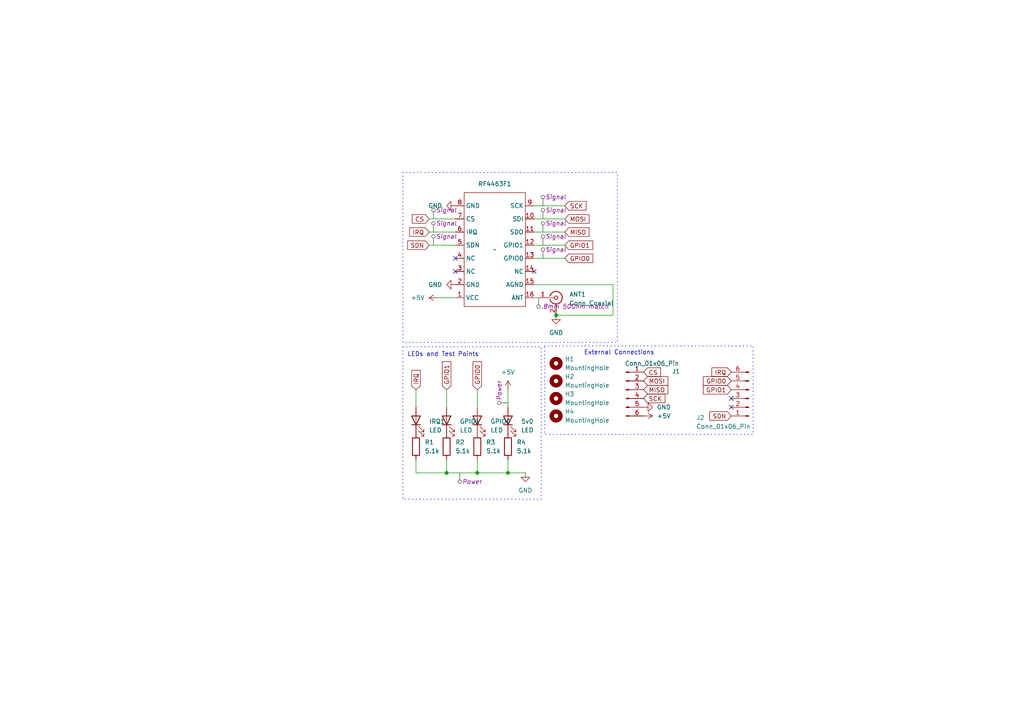
<source format=kicad_sch>
(kicad_sch (version 20231120) (generator "eeschema") (generator_version "8.0")
  (paper "A4")
  (lib_symbols
    (symbol "Avionics:RF4463F30"
      (property "Reference" "RF4463F30" (at 0 0 90))
      (symbol "RF4463F30_0_1"
        (rectangle (start -8.89 16.51) (end 8.89 -16.51))
      )
      (symbol "RF4463F30_1_1"
        (pin input line (at 11.43 13.97 180) (length 2.54) (name "VCC") (number "1"))
        (pin input line (at -11.43 -8.89 0) (length 2.54) (name "SDI") (number "10"))
        (pin input line (at -11.43 -5.08 0) (length 2.54) (name "SDO") (number "11"))
        (pin input line (at -11.43 -1.27 0) (length 2.54) (name "GPIO1") (number "12"))
        (pin input line (at -11.43 2.54 0) (length 2.54) (name "GPIO0") (number "13"))
        (pin input line (at -11.43 6.35 0) (length 2.54) (name "NC") (number "14"))
        (pin input line (at -11.43 10.16 0) (length 2.54) (name "AGND") (number "15"))
        (pin input line (at -11.43 13.97 0) (length 2.54) (name "ANT") (number "16"))
        (pin input line (at 11.43 10.16 180) (length 2.54) (name "GND") (number "2"))
        (pin input line (at 11.43 6.35 180) (length 2.54) (name "NC") (number "3"))
        (pin input line (at 11.43 2.54 180) (length 2.54) (name "NC") (number "4"))
        (pin input line (at 11.43 -1.27 180) (length 2.54) (name "SDN") (number "5"))
        (pin input line (at 11.43 -5.08 180) (length 2.54) (name "IRQ") (number "6"))
        (pin input line (at 11.43 -8.89 180) (length 2.54) (name "CS") (number "7"))
        (pin input line (at 11.43 -12.7 180) (length 2.54) (name "GND") (number "8"))
        (pin input line (at -11.43 -12.7 0) (length 2.54) (name "SCK") (number "9"))
      )
    )
    (symbol "Connector:Conn_01x06_Pin" (pin_names (offset 1.016) hide)
      (property "Reference" "J" (at 0 7.62 0))
      (property "Value" "Conn_01x06_Pin" (at 0 -10.16 0))
      (symbol "Conn_01x06_Pin_1_1"
        (polyline (pts (xy 1.27 -7.62) (xy 0.8636 -7.62)) (stroke (width 0.1524)))
        (polyline (pts (xy 1.27 -5.08) (xy 0.8636 -5.08)) (stroke (width 0.1524)))
        (polyline (pts (xy 1.27 -2.54) (xy 0.8636 -2.54)) (stroke (width 0.1524)))
        (polyline (pts (xy 1.27 0) (xy 0.8636 0)) (stroke (width 0.1524)))
        (polyline (pts (xy 1.27 2.54) (xy 0.8636 2.54)) (stroke (width 0.1524)))
        (polyline (pts (xy 1.27 5.08) (xy 0.8636 5.08)) (stroke (width 0.1524)))
        (rectangle (start 0.8636 -7.493) (end 0 -7.747) (stroke (width 0.1524)) (fill (type outline)))
        (rectangle (start 0.8636 -4.953) (end 0 -5.207) (stroke (width 0.1524)) (fill (type outline)))
        (rectangle (start 0.8636 -2.413) (end 0 -2.667) (stroke (width 0.1524)) (fill (type outline)))
        (rectangle (start 0.8636 0.127) (end 0 -0.127) (stroke (width 0.1524)) (fill (type outline)))
        (rectangle (start 0.8636 2.667) (end 0 2.413) (stroke (width 0.1524)) (fill (type outline)))
        (rectangle (start 0.8636 5.207) (end 0 4.953) (stroke (width 0.1524)) (fill (type outline)))
        (pin passive line (at 5.08 5.08 180) (length 3.81) (name "Pin_1") (number "1"))
        (pin passive line (at 5.08 2.54 180) (length 3.81) (name "Pin_2") (number "2"))
        (pin passive line (at 5.08 0 180) (length 3.81) (name "Pin_3") (number "3"))
        (pin passive line (at 5.08 -2.54 180) (length 3.81) (name "Pin_4") (number "4"))
        (pin passive line (at 5.08 -5.08 180) (length 3.81) (name "Pin_5") (number "5"))
        (pin passive line (at 5.08 -7.62 180) (length 3.81) (name "Pin_6") (number "6"))
      )
    )
    (symbol "Connector:Conn_Coaxial" (pin_names (offset 1.016) hide)
      (property "Reference" "J" (at 0.254 3.048 0))
      (property "Value" "Conn_Coaxial" (at 2.921 0 90))
      (symbol "Conn_Coaxial_0_1"
        (arc (start -1.778 -0.508) (mid 0.2311 -1.8066) (end 1.778 0) (stroke (width 0.254)))
        (polyline (pts (xy -2.54 0) (xy -0.508 0)))
        (polyline (pts (xy 0 -2.54) (xy 0 -1.778)))
        (circle (center 0 0) (radius 0.508) (stroke (width 0.2032)))
        (arc (start 1.778 0) (mid 0.2099 1.8101) (end -1.778 0.508) (stroke (width 0.254)))
      )
      (symbol "Conn_Coaxial_1_1"
        (pin passive line (at -5.08 0 0) (length 2.54) (name "In") (number "1"))
        (pin passive line (at 0 -5.08 90) (length 2.54) (name "Ext") (number "2"))
      )
    )
    (symbol "Device:LED" (pin_numbers hide) (pin_names (offset 1.016) hide)
      (property "Reference" "D" (at 0 2.54 0))
      (property "Value" "LED" (at 0 -2.54 0))
      (symbol "LED_0_1"
        (polyline (pts (xy -1.27 -1.27) (xy -1.27 1.27)) (stroke (width 0.254)))
        (polyline (pts (xy -1.27 0) (xy 1.27 0)))
        (polyline (pts (xy 1.27 -1.27) (xy 1.27 1.27) (xy -1.27 0) (xy 1.27 -1.27)) (stroke (width 0.254)))
        (polyline (pts (xy -3.048 -0.762) (xy -4.572 -2.286) (xy -3.81 -2.286) (xy -4.572 -2.286) (xy -4.572 -1.524)))
        (polyline (pts (xy -1.778 -0.762) (xy -3.302 -2.286) (xy -2.54 -2.286) (xy -3.302 -2.286) (xy -3.302 -1.524)))
      )
      (symbol "LED_1_1"
        (pin passive line (at -3.81 0 0) (length 2.54) (name "K") (number "1"))
        (pin passive line (at 3.81 0 180) (length 2.54) (name "A") (number "2"))
      )
    )
    (symbol "Device:R" (pin_numbers hide) (pin_names (offset 0))
      (property "Reference" "R" (at 2.032 0 90))
      (property "Value" "R" (at 0 0 90))
      (symbol "R_0_1"
        (rectangle (start -1.016 -2.54) (end 1.016 2.54) (stroke (width 0.254)))
      )
      (symbol "R_1_1"
        (pin passive line (at 0 3.81 270) (length 1.27) (name "~") (number "1"))
        (pin passive line (at 0 -3.81 90) (length 1.27) (name "~") (number "2"))
      )
    )
    (symbol "Mechanical:MountingHole" (pin_names (offset 1.016)) (exclude_from_sim yes) (in_bom no)
      (property "Reference" "H" (at 0 5.08 0))
      (property "Value" "MountingHole" (at 0 3.175 0))
      (symbol "MountingHole_0_1"
        (circle (center 0 0) (radius 1.27) (stroke (width 1.27)))
      )
    )
    (symbol "power:+5V" (power) (pin_numbers hide) (pin_names (offset 0) hide)
      (property "Value" "+5V" (at 0 3.556 0))
      (symbol "+5V_0_1"
        (polyline (pts (xy -0.762 1.27) (xy 0 2.54)))
        (polyline (pts (xy 0 0) (xy 0 2.54)))
        (polyline (pts (xy 0 2.54) (xy 0.762 1.27)))
      )
      (symbol "+5V_1_1"
        (pin power_in line (at 0 0 90) (length 0) (name "~") (number "1"))
      )
    )
    (symbol "power:GND" (power) (pin_numbers hide) (pin_names (offset 0) hide)
      (property "Value" "GND" (at 0 -3.81 0))
      (symbol "GND_0_1"
        (polyline (pts (xy 0 0) (xy 0 -1.27) (xy 1.27 -1.27) (xy 0 -2.54) (xy -1.27 -1.27) (xy 0 -1.27)))
      )
      (symbol "GND_1_1"
        (pin power_in line (at 0 0 270) (length 0) (name "~") (number "1"))
      )
    )
  )
  (junction (at 129.54 137.16))
  (junction (at 161.29 91.44))
  (junction (at 147.32 137.16))
  (junction (at 138.43 137.16))
  (no_connect (at 132.08 74.93))
  (no_connect (at 132.08 78.74))
  (no_connect (at 212.09 118.11))
  (no_connect (at 212.09 115.57))
  (no_connect (at 154.94 78.74))
  (wire (pts (xy 124.46 63.5) (xy 132.08 63.5)))
  (wire (pts (xy 138.43 113.03) (xy 138.43 118.11)))
  (wire (pts (xy 127 86.36) (xy 132.08 86.36)))
  (wire (pts (xy 177.8 82.55) (xy 177.8 91.44)))
  (wire (pts (xy 124.46 67.31) (xy 132.08 67.31)))
  (wire (pts (xy 120.65 137.16) (xy 129.54 137.16)))
  (wire (pts (xy 154.94 71.12) (xy 163.83 71.12)))
  (wire (pts (xy 124.46 71.12) (xy 132.08 71.12)))
  (wire (pts (xy 154.94 74.93) (xy 163.83 74.93)))
  (wire (pts (xy 147.32 137.16) (xy 152.4 137.16)))
  (wire (pts (xy 138.43 137.16) (xy 138.43 133.35)))
  (wire (pts (xy 120.65 113.03) (xy 120.65 118.11)))
  (wire (pts (xy 154.94 86.36) (xy 156.21 86.36)))
  (wire (pts (xy 154.94 59.69) (xy 163.83 59.69)))
  (wire (pts (xy 154.94 63.5) (xy 163.83 63.5)))
  (wire (pts (xy 154.94 82.55) (xy 177.8 82.55)))
  (wire (pts (xy 129.54 137.16) (xy 138.43 137.16)))
  (wire (pts (xy 129.54 133.35) (xy 129.54 137.16)))
  (wire (pts (xy 147.32 137.16) (xy 147.32 133.35)))
  (wire (pts (xy 129.54 113.03) (xy 129.54 118.11)))
  (wire (pts (xy 120.65 133.35) (xy 120.65 137.16)))
  (wire (pts (xy 177.8 91.44) (xy 161.29 91.44)))
  (wire (pts (xy 147.32 113.03) (xy 147.32 118.11)))
  (wire (pts (xy 138.43 137.16) (xy 147.32 137.16)))
  (wire (pts (xy 154.94 67.31) (xy 163.83 67.31)))
  (rectangle (start 116.84 100.584) (end 156.972 144.78) (stroke (width 0.254) (type dot) (color 23 47 255 1)))
  (rectangle (start 157.988 100.33) (end 218.44 125.984) (stroke (width 0.254) (type dot) (color 23 47 255 1)))
  (rectangle (start 116.84 50.038) (end 179.07 99.314) (stroke (width 0.254) (type dot) (color 23 47 255 1)))
  (text "LEDs and Test Points\n" (at 128.524 102.87 0) (effects (font (size 1.27 1.27))))
  (text "External Connections\n" (at 179.578 102.362 0) (effects (font (size 1.27 1.27))))
  (global_label "MOSI" (shape input) (at 186.69 110.49 0) (property "Intersheetrefs" "${INTERSHEET_REFS}" (effects (hide yes))))
  (global_label "IRQ" (shape input) (at 212.09 107.95 180) (property "Intersheetrefs" "${INTERSHEET_REFS}" (effects (hide yes))))
  (global_label "CS" (shape input) (at 124.46 63.5 180) (property "Intersheetrefs" "${INTERSHEET_REFS}" (effects (hide yes))))
  (global_label "MOSI" (shape input) (at 163.83 63.5 0) (property "Intersheetrefs" "${INTERSHEET_REFS}" (effects (hide yes))))
  (global_label "CS" (shape input) (at 186.69 107.95 0) (property "Intersheetrefs" "${INTERSHEET_REFS}" (effects (hide yes))))
  (global_label "SCK" (shape input) (at 163.83 59.69 0) (property "Intersheetrefs" "${INTERSHEET_REFS}" (effects (hide yes))))
  (global_label "GPIO0" (shape input) (at 138.43 113.03 90) (property "Intersheetrefs" "${INTERSHEET_REFS}" (effects (hide yes))))
  (global_label "GPIO0" (shape input) (at 163.83 74.93 0) (property "Intersheetrefs" "${INTERSHEET_REFS}" (effects (hide yes))))
  (global_label "GPIO0" (shape input) (at 212.09 110.49 180) (property "Intersheetrefs" "${INTERSHEET_REFS}" (effects (hide yes))))
  (global_label "MISO" (shape input) (at 163.83 67.31 0) (property "Intersheetrefs" "${INTERSHEET_REFS}" (effects (hide yes))))
  (global_label "IRQ" (shape input) (at 124.46 67.31 180) (property "Intersheetrefs" "${INTERSHEET_REFS}" (effects (hide yes))))
  (global_label "SDN" (shape input) (at 124.46 71.12 180) (property "Intersheetrefs" "${INTERSHEET_REFS}" (effects (hide yes))))
  (global_label "SDN" (shape input) (at 212.09 120.65 180) (property "Intersheetrefs" "${INTERSHEET_REFS}" (effects (hide yes))))
  (global_label "MISO" (shape input) (at 186.69 113.03 0) (property "Intersheetrefs" "${INTERSHEET_REFS}" (effects (hide yes))))
  (global_label "SCK" (shape input) (at 186.69 115.57 0) (property "Intersheetrefs" "${INTERSHEET_REFS}" (effects (hide yes))))
  (global_label "GPIO1" (shape input) (at 129.54 113.03 90) (property "Intersheetrefs" "${INTERSHEET_REFS}" (effects (hide yes))))
  (global_label "IRQ" (shape input) (at 120.65 113.03 90) (property "Intersheetrefs" "${INTERSHEET_REFS}" (effects (hide yes))))
  (global_label "GPIO1" (shape input) (at 163.83 71.12 0) (property "Intersheetrefs" "${INTERSHEET_REFS}" (effects (hide yes))))
  (global_label "GPIO1" (shape input) (at 212.09 113.03 180) (property "Intersheetrefs" "${INTERSHEET_REFS}" (effects (hide yes))))
  (netclass_flag "" (length 2.54) (shape round) (at 157.48 74.93 0) (property "Netclass" "Signal" (at 158.1785 72.39 0) (effects (font (italic yes)) (justify left))))
  (netclass_flag "" (length 2.54) (shape round) (at 157.48 59.69 0) (property "Netclass" "Signal" (at 158.1785 57.15 0) (effects (font (italic yes)) (justify left))))
  (netclass_flag "" (length 2.54) (shape round) (at 125.73 71.12 0) (property "Netclass" "Signal" (at 126.4285 68.58 0) (effects (font (italic yes)) (justify left))))
  (netclass_flag "" (length 2.54) (shape round) (at 156.21 86.36 180) (property "Netclass" ".8mm 50Ohm match" (at 156.9085 88.9 0) (effects (font (italic yes)) (justify left))))
  (netclass_flag "" (length 2.54) (shape round) (at 157.48 71.12 0) (property "Netclass" "Signal" (at 158.1785 68.58 0) (effects (font (italic yes)) (justify left))))
  (netclass_flag "" (length 2.54) (shape round) (at 157.48 67.31 0) (property "Netclass" "Signal" (at 158.1785 64.77 0) (effects (font (italic yes)) (justify left))))
  (netclass_flag "" (length 2.54) (shape round) (at 133.35 137.16 180) (property "Netclass" "Power" (at 134.0485 139.7 0) (effects (font (italic yes)) (justify left))))
  (netclass_flag "" (length 2.54) (shape round) (at 147.32 116.84 90) (property "Netclass" "Power" (at 144.78 116.1415 90) (effects (font (italic yes)) (justify left))))
  (netclass_flag "" (length 2.54) (shape round) (at 125.73 67.31 0) (property "Netclass" "Signal" (at 126.4285 64.77 0) (effects (font (italic yes)) (justify left))))
  (netclass_flag "" (length 2.54) (shape round) (at 157.48 63.5 0) (property "Netclass" "Signal" (at 158.1785 60.96 0) (effects (font (italic yes)) (justify left))))
  (netclass_flag "" (length 2.54) (shape round) (at 125.73 63.5 0) (property "Netclass" "Signal" (at 126.4285 60.96 0) (effects (font (italic yes)) (justify left))))
  (symbol (lib_id "Connector:Conn_01x06_Pin") (at 217.17 115.57 180) (unit 1)
    (property "Reference" "J2" (at 201.93 121.158 0) (effects (justify right)))
    (property "Value" "Conn_01x06_Pin" (at 201.93 123.698 0) (effects (justify right)))
    (property "Footprint" "Connector_JST:JST_XH_S6B-XH-A_1x06_P2.50mm_Horizontal" (effects (hide yes)))
    (property "Description" "Generic connector, single row, 01x06, script generated" (effects (hide yes)))
  )
  (symbol (lib_id "power:GND") (at 152.4 137.16 0) (unit 1)
    (property "Reference" "#PWR05" (effects (hide yes)))
    (property "Value" "GND" (at 152.4 142.24 0))
    (property "Description" "Power symbol creates a global label with name \"GND\" , ground" (effects (hide yes)))
  )
  (symbol (lib_id "Device:R") (at 138.43 129.54 0) (unit 1)
    (property "Reference" "R3" (at 140.97 128.2699 0) (effects (justify left)))
    (property "Value" "5.1k" (at 140.97 130.8099 0) (effects (justify left)))
    (property "Footprint" "Resistor_SMD:R_0402_1005Metric_Pad0.72x0.64mm_HandSolder" (effects (hide yes)))
    (property "Description" "Resistor" (effects (hide yes)))
  )
  (symbol (lib_id "Mechanical:MountingHole") (at 161.29 115.57 0) (unit 1) (exclude_from_sim yes) (in_bom no)
    (property "Reference" "H3" (at 163.83 114.2999 0) (effects (justify left)))
    (property "Value" "MountingHole" (at 163.83 116.8399 0) (effects (justify left)))
    (property "Footprint" "MountingHole:MountingHole_3.2mm_M3" (effects (hide yes)))
    (property "Description" "Mounting Hole without connection" (effects (hide yes)))
  )
  (symbol (lib_id "power:GND") (at 132.08 82.55 270) (unit 1)
    (property "Reference" "#PWR03" (effects (hide yes)))
    (property "Value" "GND" (at 128.27 82.5499 90) (effects (justify right)))
    (property "Description" "Power symbol creates a global label with name \"GND\" , ground" (effects (hide yes)))
  )
  (symbol (lib_id "power:+5V") (at 186.69 120.65 270) (unit 1)
    (property "Reference" "#PWR08" (effects (hide yes)))
    (property "Value" "+5V" (at 190.5 120.6499 90) (effects (justify left)))
    (property "Description" "Power symbol creates a global label with name \"+5V\"" (effects (hide yes)))
  )
  (symbol (lib_id "Mechanical:MountingHole") (at 161.29 120.65 0) (unit 1) (exclude_from_sim yes) (in_bom no)
    (property "Reference" "H4" (at 163.83 119.3799 0) (effects (justify left)))
    (property "Value" "MountingHole" (at 163.83 121.9199 0) (effects (justify left)))
    (property "Footprint" "MountingHole:MountingHole_3.2mm_M3" (effects (hide yes)))
    (property "Description" "Mounting Hole without connection" (effects (hide yes)))
  )
  (symbol (lib_id "Device:LED") (at 147.32 121.92 90) (unit 1)
    (property "Reference" "5v0" (at 151.13 122.2374 90) (effects (justify right)))
    (property "Value" "LED" (at 151.13 124.7774 90) (effects (justify right)))
    (property "Footprint" "LED_SMD:LED_0805_2012Metric" (effects (hide yes)))
    (property "Description" "Light emitting diode" (effects (hide yes)))
  )
  (symbol (lib_id "Device:LED") (at 120.65 121.92 90) (unit 1)
    (property "Reference" "IRQ1" (at 124.46 122.2374 90) (effects (justify right)))
    (property "Value" "LED" (at 124.46 124.7774 90) (effects (justify right)))
    (property "Footprint" "LED_SMD:LED_0805_2012Metric" (effects (hide yes)))
    (property "Description" "Light emitting diode" (effects (hide yes)))
  )
  (symbol (lib_id "power:GND") (at 161.29 91.44 0) (unit 1)
    (property "Reference" "#PWR01" (effects (hide yes)))
    (property "Value" "GND" (at 161.29 96.52 0))
    (property "Description" "Power symbol creates a global label with name \"GND\" , ground" (effects (hide yes)))
  )
  (symbol (lib_id "power:+5V") (at 147.32 113.03 0) (unit 1)
    (property "Reference" "#PWR06" (effects (hide yes)))
    (property "Value" "+5V" (at 147.32 107.95 0))
    (property "Description" "Power symbol creates a global label with name \"+5V\"" (effects (hide yes)))
  )
  (symbol (lib_id "power:GND") (at 186.69 118.11 90) (unit 1)
    (property "Reference" "#PWR07" (effects (hide yes)))
    (property "Value" "GND" (at 190.5 118.1099 90) (effects (justify right)))
    (property "Description" "Power symbol creates a global label with name \"GND\" , ground" (effects (hide yes)))
  )
  (symbol (lib_id "Connector:Conn_Coaxial") (at 161.29 86.36 0) (unit 1)
    (property "Reference" "ANT1" (at 165.1 85.3832 0) (effects (justify left)))
    (property "Value" "Conn_Coaxial" (at 165.1 87.9232 0) (effects (justify left)))
    (property "Footprint" "adafruit:SMA_EDGELAUNCH" (effects (hide yes)))
    (property "Datasheet" " ~" (effects (hide yes)))
  )
  (symbol (lib_id "Avionics:RF4463F30") (at 143.51 72.39 180) (unit 1)
    (property "Reference" "RF4463F1" (at 143.51 53.34 0))
    (property "Value" "~" (at 143.51 72.39 0))
    (property "Footprint" "Avionics:RF4463F30" (effects (hide yes)))
  )
  (symbol (lib_id "Device:R") (at 147.32 129.54 0) (unit 1)
    (property "Reference" "R4" (at 149.86 128.2699 0) (effects (justify left)))
    (property "Value" "5.1k" (at 149.86 130.8099 0) (effects (justify left)))
    (property "Footprint" "Resistor_SMD:R_0402_1005Metric_Pad0.72x0.64mm_HandSolder" (effects (hide yes)))
    (property "Description" "Resistor" (effects (hide yes)))
  )
  (symbol (lib_id "Mechanical:MountingHole") (at 161.29 110.49 0) (unit 1) (exclude_from_sim yes) (in_bom no)
    (property "Reference" "H2" (at 163.83 109.2199 0) (effects (justify left)))
    (property "Value" "MountingHole" (at 163.83 111.7599 0) (effects (justify left)))
    (property "Footprint" "MountingHole:MountingHole_3.2mm_M3" (effects (hide yes)))
    (property "Description" "Mounting Hole without connection" (effects (hide yes)))
  )
  (symbol (lib_id "Device:R") (at 120.65 129.54 0) (unit 1)
    (property "Reference" "R1" (at 123.19 128.2699 0) (effects (justify left)))
    (property "Value" "5.1k" (at 123.19 130.8099 0) (effects (justify left)))
    (property "Footprint" "Resistor_SMD:R_0402_1005Metric_Pad0.72x0.64mm_HandSolder" (effects (hide yes)))
    (property "Description" "Resistor" (effects (hide yes)))
  )
  (symbol (lib_id "power:+5V") (at 127 86.36 90) (unit 1)
    (property "Reference" "#PWR04" (effects (hide yes)))
    (property "Value" "+5V" (at 123.19 86.3599 90) (effects (justify left)))
    (property "Description" "Power symbol creates a global label with name \"+5V\"" (effects (hide yes)))
  )
  (symbol (lib_id "Mechanical:MountingHole") (at 161.29 105.41 0) (unit 1) (exclude_from_sim yes) (in_bom no)
    (property "Reference" "H1" (at 163.83 104.1399 0) (effects (justify left)))
    (property "Value" "MountingHole" (at 163.83 106.6799 0) (effects (justify left)))
    (property "Footprint" "MountingHole:MountingHole_3.2mm_M3" (effects (hide yes)))
    (property "Description" "Mounting Hole without connection" (effects (hide yes)))
  )
  (symbol (lib_id "Device:R") (at 129.54 129.54 0) (unit 1)
    (property "Reference" "R2" (at 132.08 128.2699 0) (effects (justify left)))
    (property "Value" "5.1k" (at 132.08 130.8099 0) (effects (justify left)))
    (property "Footprint" "Resistor_SMD:R_0402_1005Metric_Pad0.72x0.64mm_HandSolder" (effects (hide yes)))
    (property "Description" "Resistor" (effects (hide yes)))
  )
  (symbol (lib_id "Device:LED") (at 138.43 121.92 90) (unit 1)
    (property "Reference" "GPIO0" (at 142.24 122.2374 90) (effects (justify right)))
    (property "Value" "LED" (at 142.24 124.7774 90) (effects (justify right)))
    (property "Footprint" "LED_SMD:LED_0805_2012Metric" (effects (hide yes)))
    (property "Description" "Light emitting diode" (effects (hide yes)))
  )
  (symbol (lib_id "Connector:Conn_01x06_Pin") (at 181.61 113.03 0) (unit 1)
    (property "Reference" "J1" (at 196.088 107.696 0))
    (property "Value" "Conn_01x06_Pin" (at 189.103 105.41 0))
    (property "Footprint" "Connector_JST:JST_XH_S6B-XH-A_1x06_P2.50mm_Horizontal" (effects (hide yes)))
    (property "Description" "Generic connector, single row, 01x06, script generated" (effects (hide yes)))
  )
  (symbol (lib_id "Device:LED") (at 129.54 121.92 90) (unit 1)
    (property "Reference" "GPIO1" (at 133.35 122.2374 90) (effects (justify right)))
    (property "Value" "LED" (at 133.35 124.7774 90) (effects (justify right)))
    (property "Footprint" "LED_SMD:LED_0805_2012Metric" (effects (hide yes)))
    (property "Description" "Light emitting diode" (effects (hide yes)))
  )
  (symbol (lib_id "power:GND") (at 132.08 59.69 270) (unit 1)
    (property "Reference" "#PWR02" (effects (hide yes)))
    (property "Value" "GND" (at 128.27 59.6899 90) (effects (justify right)))
    (property "Description" "Power symbol creates a global label with name \"GND\" , ground" (effects (hide yes)))
  )
)
</source>
